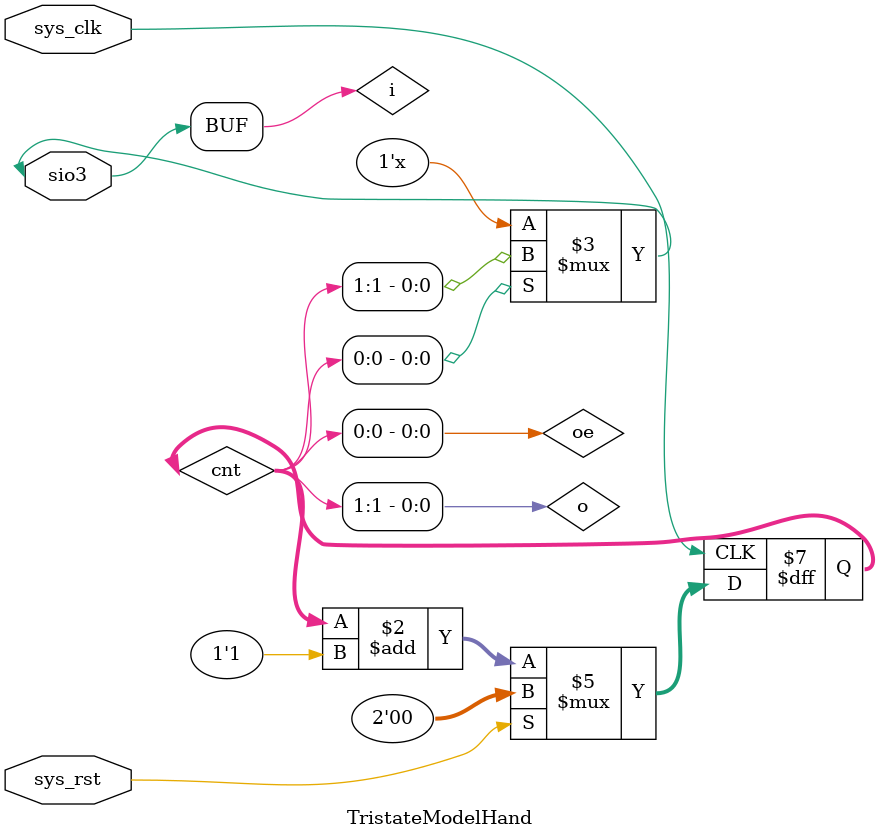
<source format=v>
/* Machine-generated using Migen */
module TristateModelHand(
	inout sio3,
	input sys_clk,
	input sys_rst
);

wire o;
wire oe;
wire i;
reg [1:0] cnt = 2'd0;

// synthesis translate_off
reg dummy_s;
initial dummy_s <= 1'd0;
// synthesis translate_on

assign oe = cnt[0];
assign o = cnt[1];

always @(posedge sys_clk) begin
	cnt <= (cnt + 1'd1);
	if (sys_rst) begin
		cnt <= 2'd0;
	end
end

assign sio3 = oe ? o : 1'bz;
assign i = sio3;

endmodule
</source>
